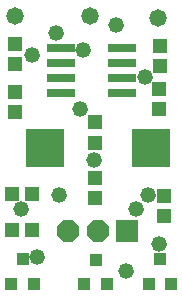
<source format=gts>
G75*
%MOIN*%
%OFA0B0*%
%FSLAX25Y25*%
%IPPOS*%
%LPD*%
%AMOC8*
5,1,8,0,0,1.08239X$1,22.5*
%
%ADD10R,0.04737X0.05131*%
%ADD11R,0.09461X0.03162*%
%ADD12R,0.03950X0.04343*%
%ADD13R,0.05131X0.04737*%
%ADD14R,0.07531X0.07531*%
%ADD15OC8,0.07531*%
%ADD16R,0.13068X0.13068*%
%ADD17C,0.05800*%
%ADD18C,0.05200*%
D10*
X0035580Y0036052D03*
X0035580Y0042745D03*
X0035595Y0054505D03*
X0035595Y0061198D03*
X0056721Y0065658D03*
X0056721Y0072351D03*
X0056957Y0079989D03*
X0056957Y0086682D03*
X0058296Y0036682D03*
X0058296Y0029989D03*
X0008926Y0064831D03*
X0008926Y0071524D03*
X0008926Y0080698D03*
X0008926Y0087391D03*
D11*
X0023965Y0086111D03*
X0023965Y0081111D03*
X0023965Y0076111D03*
X0023965Y0071111D03*
X0044438Y0071111D03*
X0044438Y0076111D03*
X0044438Y0081111D03*
X0044438Y0086111D03*
D12*
X0007548Y0007351D03*
X0011288Y0015619D03*
X0015028Y0007351D03*
X0031879Y0007233D03*
X0035619Y0015501D03*
X0039359Y0007233D03*
X0053454Y0007351D03*
X0057194Y0015619D03*
X0060934Y0007351D03*
D13*
X0014477Y0025461D03*
X0007784Y0025461D03*
X0007784Y0037312D03*
X0014477Y0037312D03*
D14*
X0046249Y0025028D03*
D15*
X0036406Y0025028D03*
X0026564Y0025028D03*
D16*
X0018690Y0052587D03*
X0054123Y0052587D03*
D17*
X0056524Y0096170D03*
X0033847Y0096564D03*
X0008769Y0096682D03*
D18*
X0014400Y0083700D03*
X0022500Y0090900D03*
X0031500Y0085500D03*
X0042300Y0093600D03*
X0052200Y0076500D03*
X0035100Y0048600D03*
X0030600Y0065700D03*
X0023400Y0036900D03*
X0010800Y0032400D03*
X0016200Y0016200D03*
X0045900Y0011700D03*
X0056700Y0020700D03*
X0049106Y0032513D03*
X0053100Y0036900D03*
M02*

</source>
